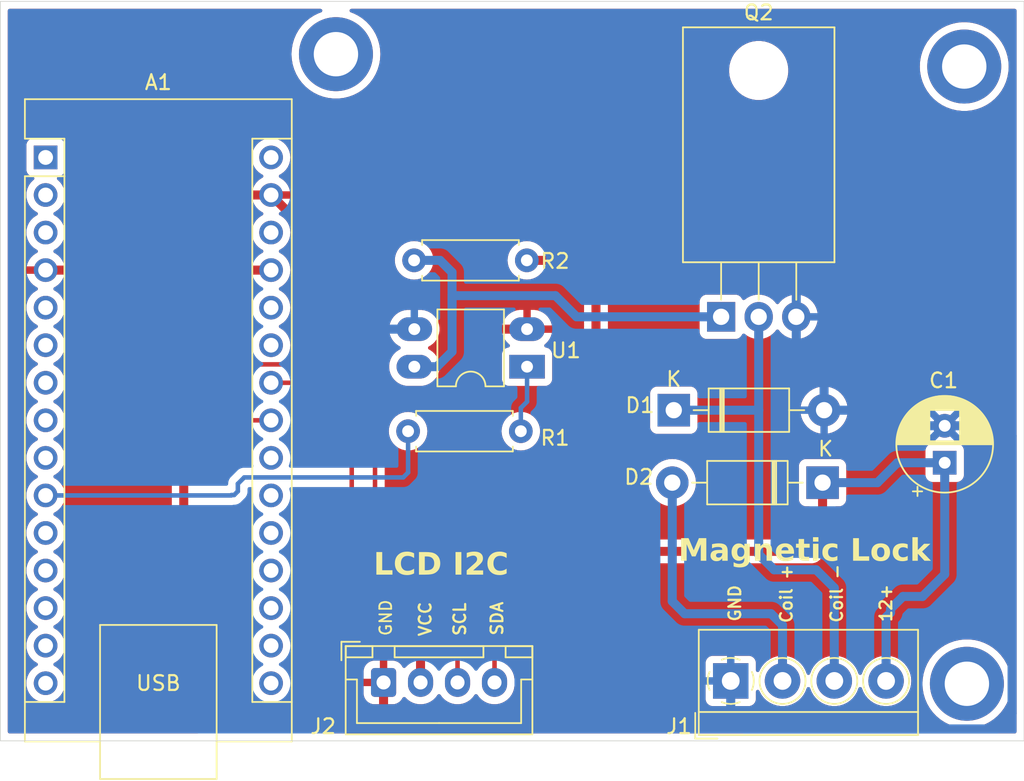
<source format=kicad_pcb>
(kicad_pcb (version 20240108) (generator "pcbnew") (generator_version "8.0")
  (layers (0 "F.Cu" signal) (31 "B.Cu" signal) (34 "B.Paste" user) (35 "F.Paste" user) (36 "B.SilkS" user "B.Silkscreen") (37 "F.SilkS" user "F.Silkscreen") (38 "B.Mask" user) (39 "F.Mask" user) (44 "Edge.Cuts" user))
  (net 0 "")
  (net 25 "GND")
  (net 26 "+12C")
  (net 27 "GND2")
  (net 28 "Net-(A1-D7)")
  (net 29 "Coil")
  (net 30 "Net-(R1-Pad1)")
  (net 31 "Net-(D2-A)")
  (net 32 "Net-(Q2-G)")
  (net 33 "Net-(A1-SDA{slash}A4)")
  (net 34 "+5V")
  (net 35 "Net-(A1-SCL{slash}A5)")
  (footprint "Connector_JST:JST_XH_B4B-XH-A_1x04_P2.50mm_Vertical" (layer "F.Cu") (at 184.5748 127.7874)
    (property "Reference" "J2" (at -4.0824 2.9718 0) (layer "F.SilkS"))
    (property "Value" "Conn_01x04_Pin")
    (fp_line (start -2.85 -2.75) (end -2.85 -1.5) (stroke (width 0.12)) (layer "F.SilkS"))
    (fp_line (start -2.56 -2.46) (end -2.56 3.51) (stroke (width 0.12)) (layer "F.SilkS"))
    (fp_line (start -2.56 3.51) (end 10.06 3.51) (stroke (width 0.12)) (layer "F.SilkS"))
    (fp_line (start -2.55 -2.45) (end -2.55 -1.7) (stroke (width 0.12)) (layer "F.SilkS"))
    (fp_line (start -2.55 -1.7) (end -0.75 -1.7) (stroke (width 0.12)) (layer "F.SilkS"))
    (fp_line (start -2.55 -0.2) (end -1.8 -0.2) (stroke (width 0.12)) (layer "F.SilkS"))
    (fp_line (start -1.8 -0.2) (end -1.8 2.75) (stroke (width 0.12)) (layer "F.SilkS"))
    (fp_line (start -1.8 2.75) (end 3.75 2.75) (stroke (width 0.12)) (layer "F.SilkS"))
    (fp_line (start -1.6 -2.75) (end -2.85 -2.75) (stroke (width 0.12)) (layer "F.SilkS"))
    (fp_line (start -0.75 -2.45) (end -2.55 -2.45) (stroke (width 0.12)) (layer "F.SilkS"))
    (fp_line (start -0.75 -1.7) (end -0.75 -2.45) (stroke (width 0.12)) (layer "F.SilkS"))
    (fp_line (start 0.75 -2.45) (end 0.75 -1.7) (stroke (width 0.12)) (layer "F.SilkS"))
    (fp_line (start 0.75 -1.7) (end 6.75 -1.7) (stroke (width 0.12)) (layer "F.SilkS"))
    (fp_line (start 6.75 -2.45) (end 0.75 -2.45) (stroke (width 0.12)) (layer "F.SilkS"))
    (fp_line (start 6.75 -1.7) (end 6.75 -2.45) (stroke (width 0.12)) (layer "F.SilkS"))
    (fp_line (start 8.25 -2.45) (end 8.25 -1.7) (stroke (width 0.12)) (layer "F.SilkS"))
    (fp_line (start 8.25 -1.7) (end 10.05 -1.7) (stroke (width 0.12)) (layer "F.SilkS"))
    (fp_line (start 9.3 -0.2) (end 9.3 2.75) (stroke (width 0.12)) (layer "F.SilkS"))
    (fp_line (start 9.3 2.75) (end 3.75 2.75) (stroke (width 0.12)) (layer "F.SilkS"))
    (fp_line (start 10.05 -2.45) (end 8.25 -2.45) (stroke (width 0.12)) (layer "F.SilkS"))
    (fp_line (start 10.05 -1.7) (end 10.05 -2.45) (stroke (width 0.12)) (layer "F.SilkS"))
    (fp_line (start 10.05 -0.2) (end 9.3 -0.2) (stroke (width 0.12)) (layer "F.SilkS"))
    (fp_line (start 10.06 -2.46) (end -2.56 -2.46) (stroke (width 0.12)) (layer "F.SilkS"))
    (fp_line (start 10.06 3.51) (end 10.06 -2.46) (stroke (width 0.12)) (layer "F.SilkS"))
    (pad "1" thru_hole roundrect (at 0 0) (size 1.7 1.95) (drill 0.95) (layers "*.Cu" "*.Mask") (roundrect_rratio 0.147059) (net 27 "GND2"))
    (pad "2" thru_hole oval (at 2.5 0) (size 1.7 1.95) (drill 0.95) (layers "*.Cu" "*.Mask") (net 34 "+5V"))
    (pad "3" thru_hole oval (at 5 0) (size 1.7 1.95) (drill 0.95) (layers "*.Cu" "*.Mask") (net 35 "Net-(A1-SCL{slash}A5)"))
    (pad "4" thru_hole oval (at 7.5 0) (size 1.7 1.95) (drill 0.95) (layers "*.Cu" "*.Mask") (net 33 "Net-(A1-SDA{slash}A4)"))
  )
  (footprint "Capacitor_THT:CP_Radial_D6.3mm_P2.50mm" (layer "F.Cu") (at 222.504 112.9284 90)
    (property "Reference" "C1" (at 5.5626 -0.0762 180) (layer "F.SilkS"))
    (property "Value" "10uF")
    (fp_line (start 1.33 -3.23) (end 1.33 3.23) (stroke (width 0.12)) (layer "F.SilkS"))
    (fp_line (start 1.29 -3.23) (end 1.29 3.23) (stroke (width 0.12)) (layer "F.SilkS"))
    (fp_line (start 1.25 -3.23) (end 1.25 3.23) (stroke (width 0.12)) (layer "F.SilkS"))
    (fp_line (start 1.37 -3.228) (end 1.37 3.228) (stroke (width 0.12)) (layer "F.SilkS"))
    (fp_line (start 1.41 -3.227) (end 1.41 3.227) (stroke (width 0.12)) (layer "F.SilkS"))
    (fp_line (start 1.45 -3.224) (end 1.45 3.224) (stroke (width 0.12)) (layer "F.SilkS"))
    (fp_line (start 1.49 -3.222) (end 1.49 -1.04) (stroke (width 0.12)) (layer "F.SilkS"))
    (fp_line (start 1.53 -3.218) (end 1.53 -1.04) (stroke (width 0.12)) (layer "F.SilkS"))
    (fp_line (start 1.57 -3.215) (end 1.57 -1.04) (stroke (width 0.12)) (layer "F.SilkS"))
    (fp_line (start 1.61 -3.211) (end 1.61 -1.04) (stroke (width 0.12)) (layer "F.SilkS"))
    (fp_line (start 1.65 -3.206) (end 1.65 -1.04) (stroke (width 0.12)) (layer "F.SilkS"))
    (fp_line (start 1.69 -3.201) (end 1.69 -1.04) (stroke (width 0.12)) (layer "F.SilkS"))
    (fp_line (start 1.73 -3.195) (end 1.73 -1.04) (stroke (width 0.12)) (layer "F.SilkS"))
    (fp_line (start 1.77 -3.189) (end 1.77 -1.04) (stroke (width 0.12)) (layer "F.SilkS"))
    (fp_line (start 1.81 -3.182) (end 1.81 -1.04) (stroke (width 0.12)) (layer "F.SilkS"))
    (fp_line (start 1.85 -3.175) (end 1.85 -1.04) (stroke (width 0.12)) (layer "F.SilkS"))
    (fp_line (start 1.89 -3.167) (end 1.89 -1.04) (stroke (width 0.12)) (layer "F.SilkS"))
    (fp_line (start 1.93 -3.159) (end 1.93 -1.04) (stroke (width 0.12)) (layer "F.SilkS"))
    (fp_line (start 1.971 -3.15) (end 1.971 -1.04) (stroke (width 0.12)) (layer "F.SilkS"))
    (fp_line (start 2.011 -3.141) (end 2.011 -1.04) (stroke (width 0.12)) (layer "F.SilkS"))
    (fp_line (start 2.051 -3.131) (end 2.051 -1.04) (stroke (width 0.12)) (layer "F.SilkS"))
    (fp_line (start 2.091 -3.121) (end 2.091 -1.04) (stroke (width 0.12)) (layer "F.SilkS"))
    (fp_line (start 2.131 -3.11) (end 2.131 -1.04) (stroke (width 0.12)) (layer "F.SilkS"))
    (fp_line (start 2.171 -3.098) (end 2.171 -1.04) (stroke (width 0.12)) (layer "F.SilkS"))
    (fp_line (start 2.211 -3.086) (end 2.211 -1.04) (stroke (width 0.12)) (layer "F.SilkS"))
    (fp_line (start 2.251 -3.074) (end 2.251 -1.04) (stroke (width 0.12)) (layer "F.SilkS"))
    (fp_line (start 2.291 -3.061) (end 2.291 -1.04) (stroke (width 0.12)) (layer "F.SilkS"))
    (fp_line (start 2.331 -3.047) (end 2.331 -1.04) (stroke (width 0.12)) (layer "F.SilkS"))
    (fp_line (start 2.371 -3.033) (end 2.371 -1.04) (stroke (width 0.12)) (layer "F.SilkS"))
    (fp_line (start 2.411 -3.018) (end 2.411 -1.04) (stroke (width 0.12)) (layer "F.SilkS"))
    (fp_line (start 2.451 -3.002) (end 2.451 -1.04) (stroke (width 0.12)) (layer "F.SilkS"))
    (fp_line (start 2.491 -2.986) (end 2.491 -1.04) (stroke (width 0.12)) (layer "F.SilkS"))
    (fp_line (start 2.531 -2.97) (end 2.531 -1.04) (stroke (width 0.12)) (layer "F.SilkS"))
    (fp_line (start 2.571 -2.952) (end 2.571 -1.04) (stroke (width 0.12)) (layer "F.SilkS"))
    (fp_line (start 2.611 -2.934) (end 2.611 -1.04) (stroke (width 0.12)) (layer "F.SilkS"))
    (fp_line (start 2.651 -2.916) (end 2.651 -1.04) (stroke (width 0.12)) (layer "F.SilkS"))
    (fp_line (start 2.691 -2.896) (end 2.691 -1.04) (stroke (width 0.12)) (layer "F.SilkS"))
    (fp_line (start 2.731 -2.876) (end 2.731 -1.04) (stroke (width 0.12)) (layer "F.SilkS"))
    (fp_line (start 2.771 -2.856) (end 2.771 -1.04) (stroke (width 0.12)) (layer "F.SilkS"))
    (fp_line (start 2.811 -2.834) (end 2.811 -1.04) (stroke (width 0.12)) (layer "F.SilkS"))
    (fp_line (start 2.851 -2.812) (end 2.851 -1.04) (stroke (width 0.12)) (layer "F.SilkS"))
    (fp_line (start 2.891 -2.79) (end 2.891 -1.04) (stroke (width 0.12)) (layer "F.SilkS"))
    (fp_line (start 2.931 -2.766) (end 2.931 -1.04) (stroke (width 0.12)) (layer "F.SilkS"))
    (fp_line (start 2.971 -2.742) (end 2.971 -1.04) (stroke (width 0.12)) (layer "F.SilkS"))
    (fp_line (start 3.011 -2.716) (end 3.011 -1.04) (stroke (width 0.12)) (layer "F.SilkS"))
    (fp_line (start 3.051 -2.69) (end 3.051 -1.04) (stroke (width 0.12)) (layer "F.SilkS"))
    (fp_line (start 3.091 -2.664) (end 3.091 -1.04) (stroke (width 0.12)) (layer "F.SilkS"))
    (fp_line (start 3.131 -2.636) (end 3.131 -1.04) (stroke (width 0.12)) (layer "F.SilkS"))
    (fp_line (start 3.171 -2.607) (end 3.171 -1.04) (stroke (width 0.12)) (layer "F.SilkS"))
    (fp_line (start 3.211 -2.578) (end 3.211 -1.04) (stroke (width 0.12)) (layer "F.SilkS"))
    (fp_line (start 3.251 -2.548) (end 3.251 -1.04) (stroke (width 0.12)) (layer "F.SilkS"))
    (fp_line (start 3.291 -2.516) (end 3.291 -1.04) (stroke (width 0.12)) (layer "F.SilkS"))
    (fp_line (start 3.331 -2.484) (end 3.331 -1.04) (stroke (width 0.12)) (layer "F.SilkS"))
    (fp_line (start 3.371 -2.45) (end 3.371 -1.04) (stroke (width 0.12)) (layer "F.SilkS"))
    (fp_line (start 3.411 -2.416) (end 3.411 -1.04) (stroke (width 0.12)) (layer "F.SilkS"))
    (fp_line (start 3.451 -2.38) (end 3.451 -1.04) (stroke (width 0.12)) (layer "F.SilkS"))
    (fp_line (start 3.491 -2.343) (end 3.491 -1.04) (stroke (width 0.12)) (layer "F.SilkS"))
    (fp_line (start 3.531 -2.305) (end 3.531 -1.04) (stroke (width 0.12)) (layer "F.SilkS"))
    (fp_line (start 3.571 -2.265) (end 3.571 2.265) (stroke (width 0.12)) (layer "F.SilkS"))
    (fp_line (start 3.611 -2.224) (end 3.611 2.224) (stroke (width 0.12)) (layer "F.SilkS"))
    (fp_line (start 3.651 -2.182) (end 3.651 2.182) (stroke (width 0.12)) (layer "F.SilkS"))
    (fp_line (start -1.935241 -2.154) (end -1.935241 -1.524) (stroke (width 0.12)) (layer "F.SilkS"))
    (fp_line (start 3.691 -2.137) (end 3.691 2.137) (stroke (width 0.12)) (layer "F.SilkS"))
    (fp_line (start 3.731 -2.092) (end 3.731 2.092) (stroke (width 0.12)) (layer "F.SilkS"))
    (fp_line (start 3.771 -2.044) (end 3.771 2.044) (stroke (width 0.12)) (layer "F.SilkS"))
    (fp_line (start 3.811 -1.995) (end 3.811 1.995) (stroke (width 0.12)) (layer "F.SilkS"))
    (fp_line (start 3.851 -1.944) (end 3.851 1.944) (stroke (width 0.12)) (layer "F.SilkS"))
    (fp_line (start 3.891 -1.89) (end 3.891 1.89) (stroke (width 0.12)) (layer "F.SilkS"))
    (fp_line (start -2.250241 -1.839) (end -1.620241 -1.839) (stroke (width 0.12)) (layer "F.SilkS"))
    (fp_line (start 3.931 -1.834) (end 3.931 1.834) (stroke (width 0.12)) (layer "F.SilkS"))
    (fp_line (start 3.971 -1.776) (end 3.971 1.776) (stroke (width 0.12)) (layer "F.SilkS"))
    (fp_line (start 4.011 -1.714) (end 4.011 1.714) (stroke (width 0.12)) (layer "F.SilkS"))
    (fp_line (start 4.051 -1.65) (end 4.051 1.65) (stroke (width 0.12)) (layer "F.SilkS"))
    (fp_line (start 4.091 -1.581) (end 4.091 1.581) (stroke (width 0.12)) (layer "F.SilkS"))
    (fp_line (start 4.131 -1.509) (end 4.131 1.509) (stroke (width 0.12)) (layer "F.SilkS"))
    (fp_line (start 4.171 -1.432) (end 4.171 1.432) (stroke (width 0.12)) (layer "F.SilkS"))
    (fp_line (start 4.211 -1.35) (end 4.211 1.35) (stroke (width 0.12)) (layer "F.SilkS"))
    (fp_line (start 4.251 -1.262) (end 4.251 1.262) (stroke (width 0.12)) (layer "F.SilkS"))
    (fp_line (start 4.291 -1.165) (end 4.291 1.165) (stroke (width 0.12)) (layer "F.SilkS"))
    (fp_line (start 4.331 -1.059) (end 4.331 1.059) (stroke (width 0.12)) (layer "F.SilkS"))
    (fp_line (start 4.371 -0.94) (end 4.371 0.94) (stroke (width 0.12)) (layer "F.SilkS"))
    (fp_line (start 4.411 -0.802) (end 4.411 0.802) (stroke (width 0.12)) (layer "F.SilkS"))
    (fp_line (start 4.451 -0.633) (end 4.451 0.633) (stroke (width 0.12)) (layer "F.SilkS"))
    (fp_line (start 4.491 -0.402) (end 4.491 0.402) (stroke (width 0.12)) (layer "F.SilkS"))
    (fp_line (start 3.531 1.04) (end 3.531 2.305) (stroke (width 0.12)) (layer "F.SilkS"))
    (fp_line (start 3.491 1.04) (end 3.491 2.343) (stroke (width 0.12)) (layer "F.SilkS"))
    (fp_line (start 3.451 1.04) (end 3.451 2.38) (stroke (width 0.12)) (layer "F.SilkS"))
    (fp_line (start 3.411 1.04) (end 3.411 2.416) (stroke (width 0.12)) (layer "F.SilkS"))
    (fp_line (start 3.371 1.04) (end 3.371 2.45) (stroke (width 0.12)) (layer "F.SilkS"))
    (fp_line (start 3.331 1.04) (end 3.331 2.484) (stroke (width 0.12)) (layer "F.SilkS"))
    (fp_line (start 3.291 1.04) (end 3.291 2.516) (stroke (width 0.12)) (layer "F.SilkS"))
    (fp_line (start 3.251 1.04) (end 3.251 2.548) (stroke (width 0.12)) (layer "F.SilkS"))
    (fp_line (start 3.211 1.04) (end 3.211 2.578) (stroke (width 0.12)) (layer "F.SilkS"))
    (fp_line (start 3.171 1.04) (end 3.171 2.607) (stroke (width 0.12)) (layer "F.SilkS"))
    (fp_line (start 3.131 1.04) (end 3.131 2.636) (stroke (width 0.12)) (layer "F.SilkS"))
    (fp_line (start 3.091 1.04) (end 3.091 2.664) (stroke (width 0.12)) (layer "F.SilkS"))
    (fp_line (start 3.051 1.04) (end 3.051 2.69) (stroke (width 0.12)) (layer "F.SilkS"))
    (fp_line (start 3.011 1.04) (end 3.011 2.716) (stroke (width 0.12)) (layer "F.SilkS"))
    (fp_line (start 2.971 1.04) (end 2.971 2.742) (stroke (width 0.12)) (layer "F.SilkS"))
    (fp_line (start 2.931 1.04) (end 2.931 2.766) (stroke (width 0.12)) (layer "F.SilkS"))
    (fp_line (start 2.891 1.04) (end 2.891 2.79) (stroke (width 0.12)) (layer "F.SilkS"))
    (fp_line (start 2.851 1.04) (end 2.851 2.812) (stroke (width 0.12)) (layer "F.SilkS"))
    (fp_line (start 2.811 1.04) (end 2.811 2.834) (stroke (width 0.12)) (layer "F.SilkS"))
    (fp_line (start 2.771 1.04) (end 2.771 2.856) (stroke (width 0.12)) (layer "F.SilkS"))
    (fp_line (start 2.731 1.04) (end 2.731 2.876) (stroke (width 0.12)) (layer "F.SilkS"))
    (fp_line (start 2.691 1.04) (end 2.691 2.896) (stroke (width 0.12)) (layer "F.SilkS"))
    (fp_line (start 2.651 1.04) (end 2.651 2.916) (stroke (width 0.12)) (layer "F.SilkS"))
    (fp_line (start 2.611 1.04) (end 2.611 2.934) (stroke (width 0.12)) (layer "F.SilkS"))
    (fp_line (start 2.571 1.04) (end 2.571 2.952) (stroke (width 0.12)) (layer "F.SilkS"))
    (fp_line (start 2.531 1.04) (end 2.531 2.97) (stroke (width 0.12)) (layer "F.SilkS"))
    (fp_line (start 2.491 1.04) (end 2.491 2.986) (stroke (width 0.12)) (layer "F.SilkS"))
    (fp_line (start 2.451 1.04) (end 2.451 3.002) (stroke (width 0.12)) (layer "F.SilkS"))
    (fp_line (start 2.411 1.04) (end 2.411 3.018) (stroke (width 0.12)) (layer "F.SilkS"))
    (fp_line (start 2.371 1.04) (end 2.371 3.033) (stroke (width 0.12)) (layer "F.SilkS"))
    (fp_line (start 2.331 1.04) (end 2.331 3.047) (stroke (width 0.12)) (layer "F.SilkS"))
    (fp_line (start 2.291 1.04) (end 2.291 3.061) (stroke (width 0.12)) (layer "F.SilkS"))
    (fp_line (start 2.251 1.04) (end 2.251 3.074) (stroke (width 0.12)) (layer "F.SilkS"))
    (fp_line (start 2.211 1.04) (end 2.211 3.086) (stroke (width 0.12)) (layer "F.SilkS"))
    (fp_line (start 2.171 1.04) (end 2.171 3.098) (stroke (width 0.12)) (layer "F.SilkS"))
    (fp_line (start 2.131 1.04) (end 2.131 3.11) (stroke (width 0.12)) (layer "F.SilkS"))
    (fp_line (start 2.091 1.04) (end 2.091 3.121) (stroke (width 0.12)) (layer "F.SilkS"))
    (fp_line (start 2.051 1.04) (end 2.051 3.131) (stroke (width 0.12)) (layer "F.SilkS"))
    (fp_line (start 2.011 1.04) (end 2.011 3.141) (stroke (width 0.12)) (layer "F.SilkS"))
    (fp_line (start 1.971 1.04) (end 1.971 3.15) (stroke (width 0.12)) (layer "F.SilkS"))
    (fp_line (start 1.93 1.04) (end 1.93 3.159) (stroke (width 0.12)) (layer "F.SilkS"))
    (fp_line (start 1.89 1.04) (end 1.89 3.167) (stroke (width 0.12)) (layer "F.SilkS"))
    (fp_line (start 1.85 1.04) (end 1.85 3.175) (stroke (width 0.12)) (layer "F.SilkS"))
    (fp_line (start 1.81 1.04) (end 1.81 3.182) (stroke (width 0.12)) (layer "F.SilkS"))
    (fp_line (start 1.77 1.04) (end 1.77 3.189) (stroke (width 0.12)) (layer "F.SilkS"))
    (fp_line (start 1.73 1.04) (end 1.73 3.195) (stroke (width 0.12)) (layer "F.SilkS"))
    (fp_line (start 1.69 1.04) (end 1.69 3.201) (stroke (width 0.12)) (layer "F.SilkS"))
    (fp_line (start 1.65 1.04) (end 1.65 3.206) (stroke (width 0.12)) (layer "F.SilkS"))
    (fp_line (start 1.61 1.04) (end 1.61 3.211) (stroke (width 0.12)) (layer "F.SilkS"))
    (fp_line (start 1.57 1.04) (end 1.57 3.215) (stroke (width 0.12)) (layer "F.SilkS"))
    (fp_line (start 1.53 1.04) (end 1.53 3.218) (stroke (width 0.12)) (layer "F.SilkS"))
    (fp_line (start 1.49 1.04) (end 1.49 3.222) (stroke (width 0.12)) (layer "F.SilkS"))
    (fp_circle (center 1.25 0) (end 4.52 0) (stroke (width 0.12)) (fill none) (layer "F.SilkS"))
    (pad "1" thru_hole rect (at 0 0 90) (size 1.6 1.6) (drill 0.8) (layers "*.Cu" "*.Mask") (net 26 "+12C"))
    (pad "2" thru_hole circle (at 2.5 0 90) (size 1.6 1.6) (drill 0.8) (layers "*.Cu" "*.Mask") (net 25 "GND"))
  )
  (footprint "TerminalBlock_4Ucon:TerminalBlock_4Ucon_1x04_P3.50mm_Horizontal" (layer "F.Cu") (at 208.0416 127.6858)
    (property "Reference" "J1" (at -3.4954 3.0734 0) (layer "F.SilkS"))
    (property "Value" "Screw_Terminal_01x04")
    (fp_line (start -2.4 2.16) (end -2.4 3.9) (stroke (width 0.12)) (layer "F.SilkS"))
    (fp_line (start -2.4 3.9) (end -0.9 3.9) (stroke (width 0.12)) (layer "F.SilkS"))
    (fp_line (start -2.16 -3.46) (end -2.16 3.66) (stroke (width 0.12)) (layer "F.SilkS"))
    (fp_line (start -2.16 -3.46) (end 12.66 -3.46) (stroke (width 0.12)) (layer "F.SilkS"))
    (fp_line (start -2.16 2.1) (end 12.66 2.1) (stroke (width 0.12)) (layer "F.SilkS"))
    (fp_line (start -2.16 3.66) (end 12.66 3.66) (stroke (width 0.12)) (layer "F.SilkS"))
    (fp_line (start 12.66 -3.46) (end 12.66 3.66) (stroke (width 0.12)) (layer "F.SilkS"))
    (fp_arc (start -1.432109 0.607742) (mid -1.555727 -0.00014) (end -1.432 -0.608) (stroke (width 0.12)) (layer "F.SilkS"))
    (fp_arc (start -0.607742 -1.432109) (mid 0.00014 -1.555727) (end 0.608 -1.432) (stroke (width 0.12)) (layer "F.SilkS"))
    (fp_arc (start 0.027011 1.555493) (mid -0.296984 1.527118) (end -0.608 1.432) (stroke (width 0.12)) (layer "F.SilkS"))
    (fp_arc (start 0.607587 1.431385) (mid 0.310017 1.523783) (end 0 1.555) (stroke (width 0.12)) (layer "F.SilkS"))
    (fp_arc (start 1.432109 -0.607742) (mid 1.555727 0.00014) (end 1.432 0.608) (stroke (width 0.12)) (layer "F.SilkS"))
    (fp_circle (center 3.5 0) (end 5.055 0) (stroke (width 0.12)) (fill none) (layer "F.SilkS"))
    (fp_circle (center 7 0) (end 8.555 0) (stroke (width 0.12)) (fill none) (layer "F.SilkS"))
    (fp_circle (center 10.5 0) (end 12.055 0) (stroke (width 0.12)) (fill none) (layer "F.SilkS"))
    (pad "1" thru_hole rect (at 0 0) (size 2.4 2.4) (drill 1.2) (layers "*.Cu" "*.Mask") (net 25 "GND"))
    (pad "2" thru_hole circle (at 3.5 0) (size 2.4 2.4) (drill 1.2) (layers "*.Cu" "*.Mask") (net 31 "Net-(D2-A)"))
    (pad "3" thru_hole circle (at 7 0) (size 2.4 2.4) (drill 1.2) (layers "*.Cu" "*.Mask") (net 29 "Coil"))
    (pad "4" thru_hole circle (at 10.5 0) (size 2.4 2.4) (drill 1.2) (layers "*.Cu" "*.Mask") (net 26 "+12C"))
  )
  (footprint "Resistor_THT:R_Axial_DIN0207_L6.3mm_D2.5mm_P7.62mm_Horizontal" (layer "F.Cu") (at 186.6392 99.2378)
    (property "Reference" "R2" (at 9.525 0.0508 360) (layer "F.SilkS"))
    (property "Value" "10K")
    (fp_line (start 0.54 -1.37) (end 7.08 -1.37) (stroke (width 0.12)) (layer "F.SilkS"))
    (fp_line (start 0.54 -1.04) (end 0.54 -1.37) (stroke (width 0.12)) (layer "F.SilkS"))
    (fp_line (start 0.54 1.04) (end 0.54 1.37) (stroke (width 0.12)) (layer "F.SilkS"))
    (fp_line (start 0.54 1.37) (end 7.08 1.37) (stroke (width 0.12)) (layer "F.SilkS"))
    (fp_line (start 7.08 -1.37) (end 7.08 -1.04) (stroke (width 0.12)) (layer "F.SilkS"))
    (fp_line (start 7.08 1.37) (end 7.08 1.04) (stroke (width 0.12)) (layer "F.SilkS"))
    (pad "1" thru_hole circle (at 0 0) (size 1.6 1.6) (drill 0.8) (layers "*.Cu" "*.Mask") (net 32 "Net-(Q2-G)"))
    (pad "2" thru_hole oval (at 7.62 0) (size 1.6 1.6) (drill 0.8) (layers "*.Cu" "*.Mask") (net 26 "+12C"))
  )
  (footprint "Package_TO_SOT_THT:TO-220-3_Horizontal_TabDown" (layer "F.Cu") (at 207.391 103.0576)
    (property "Reference" "Q2" (at 2.54 -20.58 0) (layer "F.SilkS"))
    (property "Value" "IRF740")
    (fp_line (start -2.58 -19.58) (end -2.58 -3.69) (stroke (width 0.12)) (layer "F.SilkS"))
    (fp_line (start -2.58 -19.58) (end 7.66 -19.58) (stroke (width 0.12)) (layer "F.SilkS"))
    (fp_line (start -2.58 -3.69) (end 7.66 -3.69) (stroke (width 0.12)) (layer "F.SilkS"))
    (fp_line (start 0 -3.69) (end 0 -1.15) (stroke (width 0.12)) (layer "F.SilkS"))
    (fp_line (start 2.54 -3.69) (end 2.54 -1.15) (stroke (width 0.12)) (layer "F.SilkS"))
    (fp_line (start 5.08 -3.69) (end 5.08 -1.15) (stroke (width 0.12)) (layer "F.SilkS"))
    (fp_line (start 7.66 -19.58) (end 7.66 -3.69) (stroke (width 0.12)) (layer "F.SilkS"))
    (pad "" np_thru_hole circle (at 2.54 -16.66) (size 3.5 3.5) (drill 3.5) (layers "*.Cu" "*.Mask"))
    (pad "1" thru_hole rect (at 0 0) (size 1.905 2) (drill 1.1) (layers "*.Cu" "*.Mask") (net 32 "Net-(Q2-G)"))
    (pad "2" thru_hole oval (at 2.54 0) (size 1.905 2) (drill 1.1) (layers "*.Cu" "*.Mask") (net 29 "Coil"))
    (pad "3" thru_hole oval (at 5.08 0) (size 1.905 2) (drill 1.1) (layers "*.Cu" "*.Mask") (net 25 "GND"))
  )
  (footprint "Diode_THT:D_DO-41_SOD81_P10.16mm_Horizontal" (layer "F.Cu") (at 204.1906 109.3724)
    (property "Reference" "D1" (at -2.286 -0.3302 360) (layer "F.SilkS"))
    (property "Value" "1N4007")
    (fp_line (start 1.34 0) (end 2.36 0) (stroke (width 0.12)) (layer "F.SilkS"))
    (fp_line (start 2.36 -1.47) (end 2.36 1.47) (stroke (width 0.12)) (layer "F.SilkS"))
    (fp_line (start 2.36 1.47) (end 7.8 1.47) (stroke (width 0.12)) (layer "F.SilkS"))
    (fp_line (start 3.14 -1.47) (end 3.14 1.47) (stroke (width 0.12)) (layer "F.SilkS"))
    (fp_line (start 3.26 -1.47) (end 3.26 1.47) (stroke (width 0.12)) (layer "F.SilkS"))
    (fp_line (start 3.38 -1.47) (end 3.38 1.47) (stroke (width 0.12)) (layer "F.SilkS"))
    (fp_line (start 7.8 -1.47) (end 2.36 -1.47) (stroke (width 0.12)) (layer "F.SilkS"))
    (fp_line (start 7.8 1.47) (end 7.8 -1.47) (stroke (width 0.12)) (layer "F.SilkS"))
    (fp_line (start 8.82 0) (end 7.8 0) (stroke (width 0.12)) (layer "F.SilkS"))
    (fp_text user "K" (at 0 -2.1 360) (layer "F.SilkS"))
    (pad "1" thru_hole rect (at 0 0) (size 2.2 2.2) (drill 1.1) (layers "*.Cu" "*.Mask") (net 29 "Coil"))
    (pad "2" thru_hole oval (at 10.16 0) (size 2.2 2.2) (drill 1.1) (layers "*.Cu" "*.Mask") (net 25 "GND"))
  )
  (footprint "Diode_THT:D_DO-41_SOD81_P10.16mm_Horizontal" (layer "F.Cu") (at 214.249 114.2746 180)
    (property "Reference" "D2" (at 12.4206 0.381 360) (layer "F.SilkS"))
    (property "Value" "1N4007")
    (fp_line (start 8.82 0) (end 7.8 0) (stroke (width 0.12)) (layer "F.SilkS"))
    (fp_line (start 7.8 1.47) (end 7.8 -1.47) (stroke (width 0.12)) (layer "F.SilkS"))
    (fp_line (start 7.8 -1.47) (end 2.36 -1.47) (stroke (width 0.12)) (layer "F.SilkS"))
    (fp_line (start 3.38 -1.47) (end 3.38 1.47) (stroke (width 0.12)) (layer "F.SilkS"))
    (fp_line (start 3.26 -1.47) (end 3.26 1.47) (stroke (width 0.12)) (layer "F.SilkS"))
    (fp_line (start 3.14 -1.47) (end 3.14 1.47) (stroke (width 0.12)) (layer "F.SilkS"))
    (fp_line (start 2.36 1.47) (end 7.8 1.47) (stroke (width 0.12)) (layer "F.SilkS"))
    (fp_line (start 2.36 -1.47) (end 2.36 1.47) (stroke (width 0.12)) (layer "F.SilkS"))
    (fp_line (start 1.34 0) (end 2.36 0) (stroke (width 0.12)) (layer "F.SilkS"))
    (fp_text user "K" (at -0.2032 2.286 360) (layer "F.SilkS"))
    (pad "1" thru_hole rect (at 0 0 180) (size 2.2 2.2) (drill 1.1) (layers "*.Cu" "*.Mask") (net 26 "+12C"))
    (pad "2" thru_hole oval (at 10.16 0 180) (size 2.2 2.2) (drill 1.1) (layers "*.Cu" "*.Mask") (net 31 "Net-(D2-A)"))
  )
  (footprint "Module:Arduino_Nano" (layer "F.Cu") (at 161.7318 92.2782)
    (property "Reference" "A1" (at 7.62 -5.08 0) (layer "F.SilkS"))
    (property "Value" "Arduino_Nano_RP2040_Connect")
    (fp_line (start -1.4 -3.94) (end -1.4 -1.27) (stroke (width 0.12)) (layer "F.SilkS"))
    (fp_line (start -1.4 1.27) (end -1.4 39.5) (stroke (width 0.12)) (layer "F.SilkS"))
    (fp_line (start -1.4 39.5) (end 3.68 39.5) (stroke (width 0.12)) (layer "F.SilkS"))
    (fp_line (start 1.27 -1.27) (end -1.4 -1.27) (stroke (width 0.12)) (layer "F.SilkS"))
    (fp_line (start 1.27 1.27) (end -1.4 1.27) (stroke (width 0.12)) (layer "F.SilkS"))
    (fp_line (start 1.27 1.27) (end 1.27 -1.27) (stroke (width 0.12)) (layer "F.SilkS"))
    (fp_line (start 1.27 1.27) (end 1.27 36.83) (stroke (width 0.12)) (layer "F.SilkS"))
    (fp_line (start 1.27 36.83) (end -1.4 36.83) (stroke (width 0.12)) (layer "F.SilkS"))
    (fp_line (start 3.68 31.62) (end 11.56 31.62) (stroke (width 0.12)) (layer "F.SilkS"))
    (fp_line (start 3.68 42.04) (end 3.68 31.62) (stroke (width 0.12)) (layer "F.SilkS"))
    (fp_line (start 11.56 31.62) (end 11.56 42.04) (stroke (width 0.12)) (layer "F.SilkS"))
    (fp_line (start 11.56 42.04) (end 3.68 42.04) (stroke (width 0.12)) (layer "F.SilkS"))
    (fp_line (start 13.97 -1.27) (end 13.97 36.83) (stroke (width 0.12)) (layer "F.SilkS"))
    (fp_line (start 13.97 -1.27) (end 16.64 -1.27) (stroke (width 0.12)) (layer "F.SilkS"))
    (fp_line (start 13.97 36.83) (end 16.64 36.83) (stroke (width 0.12)) (layer "F.SilkS"))
    (fp_line (start 16.64 -3.94) (end -1.4 -3.94) (stroke (width 0.12)) (layer "F.SilkS"))
    (fp_line (start 16.64 39.5) (end 11.56 39.5) (stroke (width 0.12)) (layer "F.SilkS"))
    (fp_line (start 16.64 39.5) (end 16.64 -3.94) (stroke (width 0.12)) (layer "F.SilkS"))
    (fp_text user "USB" (at 7.62 35.56 0) (layer "F.SilkS"))
    (pad "1" thru_hole rect (at 0 0) (size 1.6 1.6) (drill 1) (layers "*.Cu" "*.Mask"))
    (pad "2" thru_hole oval (at 0 2.54) (size 1.6 1.6) (drill 1) (layers "*.Cu" "*.Mask"))
    (pad "3" thru_hole oval (at 0 5.08) (size 1.6 1.6) (drill 1) (layers "*.Cu" "*.Mask"))
    (pad "4" thru_hole oval (at 0 7.62) (size 1.6 1.6) (drill 1) (layers "*.Cu" "*.Mask") (net 27 "GND2"))
    (pad "5" thru_hole oval (at 0 10.16) (size 1.6 1.6) (drill 1) (layers "*.Cu" "*.Mask"))
    (pad "6" thru_hole oval (at 0 12.7) (size 1.6 1.6) (drill 1) (layers "*.Cu" "*.Mask"))
    (pad "7" thru_hole oval (at 0 15.24) (size 1.6 1.6) (drill 1) (layers "*.Cu" "*.Mask"))
    (pad "8" thru_hole oval (at 0 17.78) (size 1.6 1.6) (drill 1) (layers "*.Cu" "*.Mask"))
    (pad "9" thru_hole oval (at 0 20.32) (size 1.6 1.6) (drill 1) (layers "*.Cu" "*.Mask"))
    (pad "10" thru_hole oval (at 0 22.86) (size 1.6 1.6) (drill 1) (layers "*.Cu" "*.Mask") (net 28 "Net-(A1-D7)"))
    (pad "11" thru_hole oval (at 0 25.4) (size 1.6 1.6) (drill 1) (layers "*.Cu" "*.Mask"))
    (pad "12" thru_hole oval (at 0 27.94) (size 1.6 1.6) (drill 1) (layers "*.Cu" "*.Mask"))
    (pad "13" thru_hole oval (at 0 30.48) (size 1.6 1.6) (drill 1) (layers "*.Cu" "*.Mask"))
    (pad "14" thru_hole oval (at 0 33.02) (size 1.6 1.6) (drill 1) (layers "*.Cu" "*.Mask"))
    (pad "15" thru_hole oval (at 0 35.56) (size 1.6 1.6) (drill 1) (layers "*.Cu" "*.Mask"))
    (pad "16" thru_hole oval (at 15.24 35.56) (size 1.6 1.6) (drill 1) (layers "*.Cu" "*.Mask"))
    (pad "17" thru_hole oval (at 15.24 33.02) (size 1.6 1.6) (drill 1) (layers "*.Cu" "*.Mask"))
    (pad "18" thru_hole oval (at 15.24 30.48) (size 1.6 1.6) (drill 1) (layers "*.Cu" "*.Mask"))
    (pad "19" thru_hole oval (at 15.24 27.94) (size 1.6 1.6) (drill 1) (layers "*.Cu" "*.Mask"))
    (pad "20" thru_hole oval (at 15.24 25.4) (size 1.6 1.6) (drill 1) (layers "*.Cu" "*.Mask"))
    (pad "21" thru_hole oval (at 15.24 22.86) (size 1.6 1.6) (drill 1) (layers "*.Cu" "*.Mask"))
    (pad "22" thru_hole oval (at 15.24 20.32) (size 1.6 1.6) (drill 1) (layers "*.Cu" "*.Mask"))
    (pad "23" thru_hole oval (at 15.24 17.78) (size 1.6 1.6) (drill 1) (layers "*.Cu" "*.Mask") (net 33 "Net-(A1-SDA{slash}A4)"))
    (pad "24" thru_hole oval (at 15.24 15.24) (size 1.6 1.6) (drill 1) (layers "*.Cu" "*.Mask") (net 35 "Net-(A1-SCL{slash}A5)"))
    (pad "25" thru_hole oval (at 15.24 12.7) (size 1.6 1.6) (drill 1) (layers "*.Cu" "*.Mask"))
    (pad "26" thru_hole oval (at 15.24 10.16) (size 1.6 1.6) (drill 1) (layers "*.Cu" "*.Mask"))
    (pad "27" thru_hole oval (at 15.24 7.62) (size 1.6 1.6) (drill 1) (layers "*.Cu" "*.Mask") (net 34 "+5V"))
    (pad "28" thru_hole oval (at 15.24 5.08) (size 1.6 1.6) (drill 1) (layers "*.Cu" "*.Mask"))
    (pad "29" thru_hole oval (at 15.24 2.54) (size 1.6 1.6) (drill 1) (layers "*.Cu" "*.Mask") (net 27 "GND2"))
    (pad "30" thru_hole oval (at 15.24 0) (size 1.6 1.6) (drill 1) (layers "*.Cu" "*.Mask"))
  )
  (footprint "Package_DIP:DIP-4_W7.62mm_LongPads" (layer "F.Cu") (at 194.2742 106.431 180)
    (property "Reference" "U1" (at -2.6266 1.0972 360) (layer "F.SilkS"))
    (property "Value" "PC817")
    (fp_line (start 6.06 3.87) (end 6.06 -1.33) (stroke (width 0.12)) (layer "F.SilkS"))
    (fp_line (start 6.06 -1.33) (end 4.81 -1.33) (stroke (width 0.12)) (layer "F.SilkS"))
    (fp_line (start 2.81 -1.33) (end 1.56 -1.33) (stroke (width 0.12)) (layer "F.SilkS"))
    (fp_line (start 1.56 3.87) (end 6.06 3.87) (stroke (width 0.12)) (layer "F.SilkS"))
    (fp_line (start 1.56 -1.33) (end 1.56 3.87) (stroke (width 0.12)) (layer "F.SilkS"))
    (fp_arc (start 4.81 -1.33) (mid 3.81 -0.33) (end 2.81 -1.33) (stroke (width 0.12)) (layer "F.SilkS"))
    (pad "1" thru_hole rect (at 0 0 180) (size 2.4 1.6) (drill 0.8) (layers "*.Cu" "*.Mask") (net 30 "Net-(R1-Pad1)"))
    (pad "2" thru_hole oval (at 0 2.54 180) (size 2.4 1.6) (drill 0.8) (layers "*.Cu" "*.Mask") (net 27 "GND2"))
    (pad "3" thru_hole oval (at 7.62 2.54 180) (size 2.4 1.6) (drill 0.8) (layers "*.Cu" "*.Mask") (net 25 "GND"))
    (pad "4" thru_hole oval (at 7.62 0 180) (size 2.4 1.6) (drill 0.8) (layers "*.Cu" "*.Mask") (net 32 "Net-(Q2-G)"))
  )
  (footprint "Resistor_THT:R_Axial_DIN0207_L6.3mm_D2.5mm_P7.62mm_Horizontal" (layer "F.Cu") (at 193.8528 110.7948 180)
    (property "Reference" "R1" (at -2.3114 -0.4572 360) (layer "F.SilkS"))
    (property "Value" "100")
    (fp_line (start 7.08 1.37) (end 7.08 1.04) (stroke (width 0.12)) (layer "F.SilkS"))
    (fp_line (start 7.08 -1.37) (end 7.08 -1.04) (stroke (width 0.12)) (layer "F.SilkS"))
    (fp_line (start 0.54 1.37) (end 7.08 1.37) (stroke (width 0.12)) (layer "F.SilkS"))
    (fp_line (start 0.54 1.04) (end 0.54 1.37) (stroke (width 0.12)) (layer "F.SilkS"))
    (fp_line (start 0.54 -1.04) (end 0.54 -1.37) (stroke (width 0.12)) (layer "F.SilkS"))
    (fp_line (start 0.54 -1.37) (end 7.08 -1.37) (stroke (width 0.12)) (layer "F.SilkS"))
    (pad "1" thru_hole circle (at 0 0 180) (size 1.6 1.6) (drill 0.8) (layers "*.Cu" "*.Mask") (net 30 "Net-(R1-Pad1)"))
    (pad "2" thru_hole oval (at 7.62 0 180) (size 1.6 1.6) (drill 0.8) (layers "*.Cu" "*.Mask") (net 28 "Net-(A1-D7)"))
  )
  (gr_rect (start 158.6738 81.7245) (end 227.8634 131.7371) (stroke (width 0.05)) (fill none) (layer "Edge.Cuts"))
  (gr_text "LCD I2C" (at 183.896 120.7516 0) (layer "F.SilkS") (effects (font (size 1.5 1.5) (thickness 0.2)) (justify left bottom)))
  (gr_text "SDA" (at 192.7098 124.6886 90) (layer "F.SilkS") (effects (font (size 0.8 0.8)) (justify left bottom)))
  (gr_text "SCL" (at 190.1952 124.714 90) (layer "F.SilkS") (effects (font (size 0.8 0.8)) (justify left bottom)))
  (gr_text "GND" (at 185.1914 124.714 90) (layer "F.SilkS") (effects (font (size 0.8 0.8) (thickness 0.125)) (justify left bottom)))
  (gr_text "GND" (at 208.788 123.7488 90) (layer "F.SilkS") (effects (font (size 0.8 0.8)) (justify left bottom)))
  (gr_text "Coil +\n" (at 212.2678 123.8504 90) (layer "F.SilkS") (effects (font (size 0.8 0.8)) (justify left bottom)))
  (gr_text "Coil -\n" (at 215.6714 123.825 90) (layer "F.SilkS") (effects (font (size 0.8 0.8)) (justify left bottom)))
  (gr_text "Magnetic Lock" (at 204.4954 119.8118 0) (layer "F.SilkS") (effects (font (size 1.5 1.5) (thickness 0.2)) (justify left bottom)))
  (gr_text "VCC" (at 187.8584 124.7394 90) (layer "F.SilkS") (effects (font (size 0.8 0.8)) (justify left bottom)))
  (gr_text "12+" (at 218.9988 123.7742 90) (layer "F.SilkS") (effects (font (size 0.8 0.8)) (justify left bottom)))
  (via (at 181.356 85.2932) (size 5) (drill 3) (layers "F.Cu" "B.Cu") (net 0))
  (via (at 224.0038 127.8775) (size 5) (drill 3) (layers "F.Cu" "B.Cu") (net 0))
  (via (at 223.8248 86.1314) (size 5) (drill 3) (layers "F.Cu" "B.Cu") (net 0))
  (segment (start 227.0586 129.8914) (end 226.0177 130.9323) (width 0.6096) (layer "B.Cu") (net 25))
  (segment (start 184.2566 103.891) (end 183.2356 102.87) (width 0.6096) (layer "B.Cu") (net 25))
  (segment (start 222.504 110.4284) (end 218.5284 110.4284) (width 0.6096) (layer "B.Cu") (net 25))
  (segment (start 212.471 105.596) (end 214.3506 107.4756) (width 0.6096) (layer "B.Cu") (net 25))
  (segment (start 211.4671 95.2875) (end 212.471 96.2914) (width 0.6096) (layer "B.Cu") (net 25))
  (segment (start 184.7475 95.2875) (end 211.4671 95.2875) (width 0.6096) (layer "B.Cu") (net 25))
  (segment (start 218.5284 110.4284) (end 217.4724 109.3724) (width 0.6096) (layer "B.Cu") (net 25))
  (segment (start 217.4724 109.3724) (end 214.3506 109.3724) (width 0.6096) (layer "B.Cu") (net 25))
  (segment (start 212.471 103.0576) (end 212.471 105.596) (width 0.6096) (layer "B.Cu") (net 25))
  (segment (start 222.504 110.4284) (end 226.387 110.4284) (width 0.6096) (layer "B.Cu") (net 25))
  (segment (start 208.9905 130.9323) (end 208.0416 129.9834) (width 0.6096) (layer "B.Cu") (net 25))
  (segment (start 226.387 110.4284) (end 227.0586 111.1) (width 0.6096) (layer "B.Cu") (net 25))
  (segment (start 208.0416 129.9834) (end 208.0416 127.6858) (width 0.6096) (layer "B.Cu") (net 25))
  (segment (start 227.0586 111.1) (end 227.0586 129.8914) (width 0.6096) (layer "B.Cu") (net 25))
  (segment (start 183.2356 96.7994) (end 184.7475 95.2875) (width 0.6096) (layer "B.Cu") (net 25))
  (segment (start 183.2356 102.87) (end 183.2356 96.7994) (width 0.6096) (layer "B.Cu") (net 25))
  (segment (start 226.0177 130.9323) (end 208.9905 130.9323) (width 0.6096) (layer "B.Cu") (net 25))
  (segment (start 186.6542 103.891) (end 184.2566 103.891) (width 0.6096) (layer "B.Cu") (net 25))
  (segment (start 214.3506 107.4756) (end 214.3506 109.3724) (width 0.6096) (layer "B.Cu") (net 25))
  (segment (start 212.471 96.2914) (end 212.471 103.0576) (width 0.6096) (layer "B.Cu") (net 25))
  (segment (start 213.487 118.9228) (end 201.2188 118.9228) (width 0.6096) (layer "F.Cu") (net 26))
  (segment (start 198.9328 100.33) (end 197.8406 99.2378) (width 0.6096) (layer "F.Cu") (net 26))
  (segment (start 198.9328 116.6368) (end 198.9328 100.33) (width 0.6096) (layer "F.Cu") (net 26))
  (segment (start 201.2188 118.9228) (end 198.9328 116.6368) (width 0.6096) (layer "F.Cu") (net 26))
  (segment (start 197.8406 99.2378) (end 194.2592 99.2378) (width 0.6096) (layer "F.Cu") (net 26))
  (segment (start 214.249 118.1608) (end 213.487 118.9228) (width 0.6096) (layer "F.Cu") (net 26))
  (segment (start 214.249 114.2746) (end 214.249 118.1608) (width 0.6096) (layer "F.Cu") (net 26))
  (segment (start 217.9574 114.2746) (end 219.3036 112.9284) (width 0.6096) (layer "B.Cu") (net 26))
  (segment (start 218.8464 122.809) (end 218.8464 123.063) (width 0.6096) (layer "B.Cu") (net 26))
  (segment (start 218.5416 123.3678) (end 218.5416 127.6858) (width 0.6096) (layer "B.Cu") (net 26))
  (segment (start 219.3036 112.9284) (end 222.504 112.9284) (width 0.6096) (layer "B.Cu") (net 26))
  (segment (start 214.249 114.2746) (end 217.9574 114.2746) (width 0.6096) (layer "B.Cu") (net 26))
  (segment (start 219.6846 121.9708) (end 218.8464 122.809) (width 0.6096) (layer "B.Cu") (net 26))
  (segment (start 218.8464 123.063) (end 218.5416 123.3678) (width 0.6096) (layer "B.Cu") (net 26))
  (segment (start 222.504 120.4722) (end 221.0054 121.9708) (width 0.6096) (layer "B.Cu") (net 26))
  (segment (start 222.504 112.9284) (end 222.504 120.4722) (width 0.6096) (layer "B.Cu") (net 26))
  (segment (start 221.0054 121.9708) (end 219.6846 121.9708) (width 0.6096) (layer "B.Cu") (net 26))
  (segment (start 189.0014 112.9284) (end 189.0522 112.8776) (width 0.6096) (layer "F.Cu") (net 27))
  (segment (start 193.1924 130.5814) (end 195.5038 128.27) (width 0.6096) (layer "F.Cu") (net 27))
  (segment (start 192.1206 103.891) (end 194.2742 103.891) (width 0.6096) (layer "F.Cu") (net 27))
  (segment (start 193.2432 115.189) (end 189.9412 115.189) (width 0.6096) (layer "F.Cu") (net 27))
  (segment (start 176.9718 94.8182) (end 170.5356 94.8182) (width 0.6096) (layer "F.Cu") (net 27))
  (segment (start 180.975 98.8214) (end 180.975 103.4288) (width 0.6096) (layer "F.Cu") (net 27))
  (segment (start 170.5356 94.8182) (end 165.4556 99.8982) (width 0.6096) (layer "F.Cu") (net 27))
  (segment (start 184.5748 127.7874) (end 184.5748 130.041) (width 0.6096) (layer "F.Cu") (net 27))
  (segment (start 189.0522 108.5596) (end 190.0174 108.5596) (width 0.6096) (layer "F.Cu") (net 27))
  (segment (start 189.0014 114.2492) (end 189.0014 112.9284) (width 0.6096) (layer "F.Cu") (net 27))
  (segment (start 190.0174 108.5596) (end 191.135 107.442) (width 0.6096) (layer "F.Cu") (net 27))
  (segment (start 189.0522 112.8776) (end 189.0522 108.5596) (width 0.6096) (layer "F.Cu") (net 27))
  (segment (start 186.1058 108.5596) (end 189.0522 108.5596) (width 0.6096) (layer "F.Cu") (net 27))
  (segment (start 165.4556 99.8982) (end 161.7318 99.8982) (width 0.6096) (layer "F.Cu") (net 27))
  (segment (start 195.5038 117.4496) (end 193.2432 115.189) (width 0.6096) (layer "F.Cu") (net 27))
  (segment (start 189.9412 115.189) (end 189.0014 114.2492) (width 0.6096) (layer "F.Cu") (net 27))
  (segment (start 191.135 107.442) (end 191.135 104.8766) (width 0.6096) (layer "F.Cu") (net 27))
  (segment (start 180.975 103.4288) (end 186.1058 108.5596) (width 0.6096) (layer "F.Cu") (net 27))
  (segment (start 185.1152 130.5814) (end 193.1924 130.5814) (width 0.6096) (layer "F.Cu") (net 27))
  (segment (start 184.5748 130.041) (end 185.1152 130.5814) (width 0.6096) (layer "F.Cu") (net 27))
  (segment (start 195.5038 128.27) (end 195.5038 117.4496) (width 0.6096) (layer "F.Cu") (net 27))
  (segment (start 176.9718 94.8182) (end 180.975 98.8214) (width 0.6096) (layer "F.Cu") (net 27))
  (segment (start 191.135 104.8766) (end 192.1206 103.891) (width 0.6096) (layer "F.Cu") (net 27))
  (segment (start 174.7266 114.3508) (end 174.7266 114.8588) (width 0.3048) (layer "B.Cu") (net 28))
  (segment (start 175.1584 113.919) (end 174.7266 114.3508) (width 0.3048) (layer "B.Cu") (net 28))
  (segment (start 174.4726 115.1128) (end 174.2948 115.1128) (width 0.3048) (layer "B.Cu") (net 28))
  (segment (start 186.2328 110.7948) (end 186.2328 113.5888) (width 0.3048) (layer "B.Cu") (net 28))
  (segment (start 174.2948 115.1128) (end 174.2694 115.1382) (width 0.3048) (layer "B.Cu") (net 28))
  (segment (start 185.9026 113.919) (end 175.1584 113.919) (width 0.3048) (layer "B.Cu") (net 28))
  (segment (start 174.2694 115.1382) (end 161.7318 115.1382) (width 0.3048) (layer "B.Cu") (net 28))
  (segment (start 186.2328 113.5888) (end 185.9026 113.919) (width 0.3048) (layer "B.Cu") (net 28))
  (segment (start 174.7266 114.8588) (end 174.4726 115.1128) (width 0.3048) (layer "B.Cu") (net 28))
  (segment (start 204.1906 109.3724) (end 209.931 109.3724) (width 0.6096) (layer "B.Cu") (net 29))
  (segment (start 209.931 109.3724) (end 209.931 119.126) (width 0.6096) (layer "B.Cu") (net 29))
  (segment (start 210.9724 120.1674) (end 213.8172 120.1674) (width 0.6096) (layer "B.Cu") (net 29))
  (segment (start 209.931 119.126) (end 210.9724 120.1674) (width 0.6096) (layer "B.Cu") (net 29))
  (segment (start 213.8172 120.1674) (end 215.0416 121.3918) (width 0.6096) (layer "B.Cu") (net 29))
  (segment (start 209.931 103.0576) (end 209.931 109.3724) (width 0.6096) (layer "B.Cu") (net 29))
  (segment (start 215.0416 121.3918) (end 215.0416 127.6858) (width 0.6096) (layer "B.Cu") (net 29))
  (segment (start 193.8528 109.22) (end 194.2742 108.7986) (width 0.3048) (layer "B.Cu") (net 30))
  (segment (start 193.8528 110.7948) (end 193.8528 109.22) (width 0.3048) (layer "B.Cu") (net 30))
  (segment (start 194.2742 108.7986) (end 194.2742 106.431) (width 0.3048) (layer "B.Cu") (net 30))
  (segment (start 204.089 122.301) (end 204.089 114.2746) (width 0.6096) (layer "B.Cu") (net 31))
  (segment (start 211.5416 123.9116) (end 210.7692 123.1392) (width 0.6096) (layer "B.Cu") (net 31))
  (segment (start 211.5416 127.6858) (end 211.5416 123.9116) (width 0.6096) (layer "B.Cu") (net 31))
  (segment (start 210.7692 123.1392) (end 204.9272 123.1392) (width 0.6096) (layer "B.Cu") (net 31))
  (segment (start 204.9272 123.1392) (end 204.089 122.301) (width 0.6096) (layer "B.Cu") (net 31))
  (segment (start 196.1896 101.6254) (end 189.2046 101.6254) (width 0.6096) (layer "B.Cu") (net 32))
  (segment (start 189.2046 103.0224) (end 189.2046 105.41) (width 0.6096) (layer "B.Cu") (net 32))
  (segment (start 197.6218 103.0576) (end 196.1896 101.6254) (width 0.6096) (layer "B.Cu") (net 32))
  (segment (start 189.2046 101.6254) (end 189.2046 103.0224) (width 0.6096) (layer "B.Cu") (net 32))
  (segment (start 189.2046 105.41) (end 188.1836 106.431) (width 0.6096) (layer "B.Cu") (net 32))
  (segment (start 188.1836 106.431) (end 186.6542 106.431) (width 0.6096) (layer "B.Cu") (net 32))
  (segment (start 188.3918 99.2378) (end 189.2046 100.0506) (width 0.6096) (layer "B.Cu") (net 32))
  (segment (start 186.6392 99.2378) (end 188.3918 99.2378) (width 0.6096) (layer "B.Cu") (net 32))
  (segment (start 207.391 103.0576) (end 197.6218 103.0576) (width 0.6096) (layer "B.Cu") (net 32))
  (segment (start 189.2046 100.0506) (end 189.2046 103.0224) (width 0.6096) (layer "B.Cu") (net 32))
  (segment (start 189.7888 118.0338) (end 189.8142 118.0084) (width 0.3048) (layer "F.Cu") (net 33))
  (segment (start 183.9976 117.3734) (end 184.658 118.0338) (width 0.3048) (layer "F.Cu") (net 33))
  (segment (start 175.3108 110.0582) (end 174.4726 109.22) (width 0.3048) (layer "F.Cu") (net 33))
  (segment (start 181.991 106.2736) (end 183.9976 108.2802) (width 0.3048) (layer "F.Cu") (net 33))
  (segment (start 174.4726 109.22) (end 174.4726 107.2388) (width 0.3048) (layer "F.Cu") (net 33))
  (segment (start 175.4378 106.2736) (end 181.991 106.2736) (width 0.3048) (layer "F.Cu") (net 33))
  (segment (start 176.9718 110.0582) (end 175.3108 110.0582) (width 0.3048) (layer "F.Cu") (net 33))
  (segment (start 192.0748 118.9482) (end 192.0748 127.7874) (width 0.3048) (layer "F.Cu") (net 33))
  (segment (start 184.658 118.0338) (end 189.7888 118.0338) (width 0.3048) (layer "F.Cu") (net 33))
  (segment (start 174.4726 107.2388) (end 175.4378 106.2736) (width 0.3048) (layer "F.Cu") (net 33))
  (segment (start 189.8142 118.0084) (end 191.135 118.0084) (width 0.3048) (layer "F.Cu") (net 33))
  (segment (start 191.135 118.0084) (end 192.0748 118.9482) (width 0.3048) (layer "F.Cu") (net 33))
  (segment (start 183.9976 108.2802) (end 183.9976 117.3734) (width 0.3048) (layer "F.Cu") (net 33))
  (segment (start 180.1876 130.3528) (end 172.5168 130.3528) (width 0.6096) (layer "F.Cu") (net 34))
  (segment (start 185.7502 123.3932) (end 182.4482 123.3932) (width 0.6096) (layer "F.Cu") (net 34))
  (segment (start 181.1782 124.6632) (end 181.1782 129.3622) (width 0.6096) (layer "F.Cu") (net 34))
  (segment (start 172.5168 130.3528) (end 171.069 128.905) (width 0.6096) (layer "F.Cu") (net 34))
  (segment (start 182.4482 123.3932) (end 181.1782 124.6632) (width 0.6096) (layer "F.Cu") (net 34))
  (segment (start 187.0748 127.7874) (end 187.0748 124.7178) (width 0.6096) (layer "F.Cu") (net 34))
  (segment (start 181.1782 129.3622) (end 180.1876 130.3528) (width 0.6096) (layer "F.Cu") (net 34))
  (segment (start 171.069 101.2952) (end 172.466 99.8982) (width 0.6096) (layer "F.Cu") (net 34))
  (segment (start 171.069 128.905) (end 171.069 101.2952) (width 0.6096) (layer "F.Cu") (net 34))
  (segment (start 187.0748 124.7178) (end 185.7502 123.3932) (width 0.6096) (layer "F.Cu") (net 34))
  (segment (start 172.466 99.8982) (end 176.9718 99.8982) (width 0.6096) (layer "F.Cu") (net 34))
  (segment (start 180.9496 107.5182) (end 182.4228 108.9914) (width 0.3048) (layer "F.Cu") (net 35))
  (segment (start 188.8236 119.7102) (end 189.5748 120.4614) (width 0.3048) (layer "F.Cu") (net 35))
  (segment (start 189.5748 120.4614) (end 189.5748 127.7874) (width 0.3048) (layer "F.Cu") (net 35))
  (segment (start 183.4134 119.761) (end 188.7728 119.761) (width 0.3048) (layer "F.Cu") (net 35))
  (segment (start 176.9718 107.5182) (end 180.9496 107.5182) (width 0.3048) (layer "F.Cu") (net 35))
  (segment (start 188.7728 119.761) (end 188.8236 119.7102) (width 0.3048) (layer "F.Cu") (net 35))
  (segment (start 182.4228 118.7704) (end 183.4134 119.761) (width 0.3048) (layer "F.Cu") (net 35))
  (segment (start 182.4228 108.9914) (end 182.4228 118.7704) (width 0.3048) (layer "F.Cu") (net 35))
  (zone (net 27) (net_name "GND2") (layer "F.Cu") (connect_pads (clearance 0.5)) (min_thickness 0.25) (fill yes (thermal_gap 0.5) (thermal_bridge_width 0.5))
    (polygon (pts (xy 227.8634 131.7498) (xy 227.8634 81.7118) (xy 158.6738 81.7118) (xy 158.6738 131.7498)))
  )
  (zone (net 25) (net_name "GND") (layer "B.Cu") (priority 1) (connect_pads (clearance 0.5)) (min_thickness 0.25) (fill yes (thermal_gap 0.5) (thermal_bridge_width 0.5))
    (polygon (pts (xy 158.6738 81.7118) (xy 227.8634 81.7118) (xy 227.8634 131.7498) (xy 158.6738 131.7498)))
  )
)
</source>
